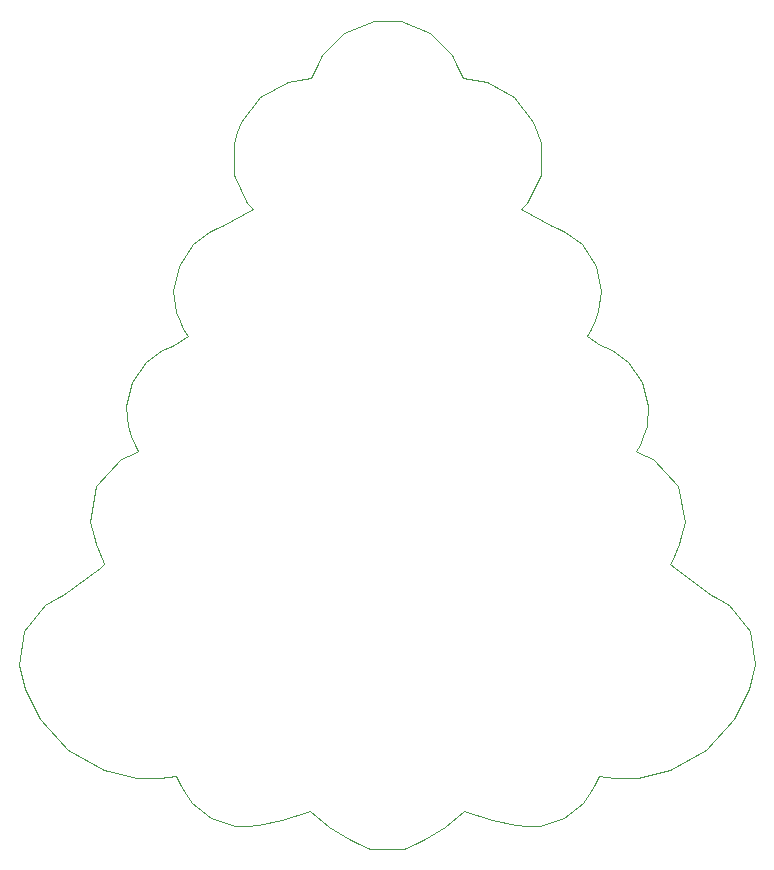
<source format=gm1>
G04 #@! TF.GenerationSoftware,KiCad,Pcbnew,(5.1.6)-1*
G04 #@! TF.CreationDate,2020-12-04T21:52:10+01:00*
G04 #@! TF.ProjectId,case_julgran,63617365-5f6a-4756-9c67-72616e2e6b69,rev?*
G04 #@! TF.SameCoordinates,Original*
G04 #@! TF.FileFunction,Profile,NP*
%FSLAX46Y46*%
G04 Gerber Fmt 4.6, Leading zero omitted, Abs format (unit mm)*
G04 Created by KiCad (PCBNEW (5.1.6)-1) date 2020-12-04 21:52:10*
%MOMM*%
%LPD*%
G01*
G04 APERTURE LIST*
G04 #@! TA.AperFunction,Profile*
%ADD10C,0.100000*%
G04 #@! TD*
G04 APERTURE END LIST*
D10*
X101329044Y-107913939D02*
X102426937Y-107932240D01*
X98594659Y-107256561D02*
X101329044Y-107913939D01*
X95114193Y-92371505D02*
X94581105Y-92659914D01*
X104493413Y-71205866D02*
X104127803Y-71364029D01*
X91634763Y-99376924D02*
X91887973Y-100400778D01*
X91366486Y-98303697D02*
X91634763Y-99376924D01*
X104127803Y-71364029D02*
X103479663Y-71637323D01*
X93580843Y-93208445D02*
X91792460Y-95469592D01*
X103479663Y-71637323D02*
X102111380Y-72680329D01*
X94581105Y-92659914D02*
X93580843Y-93208445D01*
X101469360Y-80246214D02*
X101222255Y-80340597D01*
X100440656Y-76409450D02*
X100567640Y-78111551D01*
X97850225Y-88063512D02*
X98435575Y-89484657D01*
X98435575Y-89484657D02*
X98586953Y-89742889D01*
X98189969Y-90151201D02*
X95114193Y-92371505D01*
X100567640Y-78111551D02*
X100839950Y-78919524D01*
X98586953Y-89742889D02*
X98189969Y-90151201D01*
X91792460Y-95469592D02*
X91366486Y-98303697D01*
X97671852Y-87428470D02*
X97850225Y-88063512D01*
X97920214Y-83145364D02*
X97361694Y-86189063D01*
X101154274Y-79713846D02*
X101469360Y-80246214D01*
X100839950Y-78919524D02*
X101154274Y-79713846D01*
X100931867Y-74396086D02*
X100440656Y-76409450D01*
X102111380Y-72680329D02*
X100931867Y-74396086D01*
X97361694Y-86189063D02*
X97671852Y-87428470D01*
X101222255Y-80340597D02*
X100017769Y-80846788D01*
X95515756Y-105534083D02*
X98594659Y-107256561D01*
X93142090Y-102920442D02*
X95515756Y-105534083D01*
X100017769Y-80846788D02*
X97920214Y-83145364D01*
X91887973Y-100400778D02*
X93142090Y-102920442D01*
X141600777Y-71645033D02*
X140954136Y-71368549D01*
X142958493Y-72679985D02*
X141600777Y-71645033D01*
X139414801Y-70502392D02*
X139807210Y-69869875D01*
X104648507Y-68405983D02*
X104957013Y-69170554D01*
X106064008Y-62722042D02*
X104872143Y-64520766D01*
X133874724Y-59729226D02*
X133869147Y-59725186D01*
X116107506Y-48670000D02*
X115088963Y-48825153D01*
X136498872Y-61160896D02*
X133874724Y-59729226D01*
X145055254Y-80848886D02*
X143855634Y-80339829D01*
X134915361Y-52313765D02*
X133315670Y-50206295D01*
X140575671Y-71205031D02*
X139414801Y-70502392D01*
X104432483Y-66639147D02*
X104648507Y-68405983D01*
X107464441Y-61631129D02*
X106064008Y-62722042D01*
X140121842Y-69154889D02*
X140425562Y-68379469D01*
X111196838Y-59729238D02*
X108572747Y-61160885D01*
X121392480Y-43833237D02*
X118891940Y-44803044D01*
X108572747Y-61160885D02*
X108149036Y-61342270D01*
X110699635Y-59215888D02*
X111201170Y-59726100D01*
X109555376Y-56803750D02*
X110699635Y-59215888D01*
X110143927Y-52329102D02*
X109851728Y-53232614D01*
X128963978Y-48669875D02*
X128460329Y-47600344D01*
X140425562Y-68379469D02*
X140637932Y-66637807D01*
X115088963Y-48825153D02*
X114113290Y-48969276D01*
X122535869Y-43833237D02*
X121392480Y-43833237D01*
X123678080Y-43833237D02*
X122535869Y-43833237D01*
X135218956Y-53229741D02*
X134915361Y-52313765D01*
X109851728Y-53232614D02*
X109543298Y-54129726D01*
X105259411Y-69863968D02*
X105655690Y-70501998D01*
X144505081Y-78085608D02*
X144629779Y-76407965D01*
X104957013Y-69170554D02*
X105259411Y-69863968D01*
X126178621Y-44803044D02*
X123678080Y-43833237D01*
X128036759Y-46695859D02*
X126178621Y-44803044D01*
X136933893Y-61347128D02*
X136498872Y-61160896D01*
X133869147Y-59725186D02*
X134378906Y-59199951D01*
X108149036Y-61342270D02*
X107464441Y-61631129D01*
X109543298Y-54129726D02*
X109555376Y-56803750D01*
X143600950Y-80242768D02*
X143902893Y-79738688D01*
X117023117Y-46706744D02*
X116604903Y-47613745D01*
X133315670Y-50206295D02*
X130958449Y-48970319D01*
X135525931Y-54141674D02*
X135218956Y-53229741D01*
X137615132Y-61638649D02*
X136933893Y-61347128D01*
X143855634Y-80339829D02*
X143600950Y-80242768D01*
X144236353Y-78910074D02*
X144505081Y-78085608D01*
X143902893Y-79738688D02*
X144236353Y-78910074D01*
X130958449Y-48970319D02*
X129986413Y-48825576D01*
X104872143Y-64520766D02*
X104432483Y-66639147D01*
X111201170Y-59726100D02*
X111196838Y-59729238D01*
X135517878Y-56799112D02*
X135525931Y-54141674D01*
X139006399Y-62721519D02*
X137615132Y-61638649D01*
X147146184Y-83133538D02*
X145055254Y-80848886D01*
X116604903Y-47613745D02*
X116107506Y-48670000D01*
X140198123Y-64520876D02*
X139006399Y-62721519D01*
X144629779Y-76407965D02*
X144137960Y-74394860D01*
X128460329Y-47600344D02*
X128036759Y-46695859D01*
X140954136Y-71368549D02*
X140575671Y-71205031D01*
X140637932Y-66637807D02*
X140198123Y-64520876D01*
X129986413Y-48825576D02*
X128963978Y-48669875D01*
X118891940Y-44803044D02*
X117023117Y-46706744D01*
X144137960Y-74394860D02*
X142958493Y-72679985D01*
X139807210Y-69869875D02*
X140121842Y-69154889D01*
X111754133Y-50209056D02*
X110143927Y-52329102D01*
X105655690Y-70501998D02*
X104493413Y-71205866D01*
X114113290Y-48969276D02*
X111754133Y-50209056D01*
X134378906Y-59199951D02*
X135517878Y-56799112D01*
X153182892Y-100399233D02*
X153443765Y-99346226D01*
X147711795Y-86184471D02*
X147146184Y-83133538D01*
X147396404Y-87437790D02*
X147711795Y-86184471D01*
X146634859Y-89481271D02*
X147216433Y-88069213D01*
X146881440Y-90148037D02*
X146483740Y-89739113D01*
X151494414Y-93206850D02*
X150488408Y-92655638D01*
X153699342Y-98270322D02*
X153278543Y-95471233D01*
X153443765Y-99346226D02*
X153699342Y-98270322D01*
X139086973Y-109976681D02*
X139588272Y-109236898D01*
X133480860Y-111880480D02*
X134411866Y-111940000D01*
X143741673Y-107913917D02*
X146476998Y-107256280D01*
X146476998Y-107256280D02*
X149556484Y-105531665D01*
X151928262Y-102917981D02*
X153182892Y-100399233D01*
X134411866Y-111940000D02*
X135507851Y-111940000D01*
X149556484Y-105531665D02*
X151928262Y-102917981D01*
X149955420Y-92367667D02*
X146881440Y-90148037D01*
X150488408Y-92655638D02*
X149955420Y-92367667D01*
X140430137Y-107704184D02*
X141764456Y-107934516D01*
X137498643Y-111270601D02*
X139086973Y-109976681D01*
X135507851Y-111940000D02*
X137498643Y-111270601D01*
X142644835Y-107932240D02*
X143741673Y-107913917D01*
X131414617Y-111491685D02*
X133480860Y-111880480D01*
X141764456Y-107934516D02*
X142644835Y-107932240D01*
X139588272Y-109236898D02*
X140006112Y-108578198D01*
X146483740Y-89739113D02*
X146634859Y-89481271D01*
X153278543Y-95471233D02*
X151494414Y-93206850D01*
X140006112Y-108578198D02*
X140430137Y-107704184D01*
X147216433Y-88069213D02*
X147396404Y-87437790D01*
X125043786Y-113395496D02*
X125733047Y-113077092D01*
X119339675Y-113078539D02*
X120016774Y-113390419D01*
X125733047Y-113077092D02*
X127450414Y-112023140D01*
X129072865Y-110663773D02*
X131414617Y-111491685D01*
X107632193Y-111321780D02*
X109676262Y-111940000D01*
X127450414Y-112023140D02*
X129072865Y-110663773D01*
X123975433Y-113879918D02*
X125043786Y-113395496D01*
X121080766Y-113879918D02*
X123975433Y-113879918D01*
X117619950Y-112023140D02*
X119339675Y-113078539D01*
X120016774Y-113390419D02*
X121080766Y-113879918D01*
X102426937Y-107932240D02*
X103306543Y-107934520D01*
X115997474Y-110663752D02*
X117619950Y-112023140D01*
X113655978Y-111491666D02*
X115997474Y-110663752D01*
X111590005Y-111880416D02*
X113655978Y-111491666D01*
X103306543Y-107934520D02*
X104637698Y-107704497D01*
X109676262Y-111940000D02*
X110660000Y-111940000D01*
X105979553Y-109975279D02*
X107632193Y-111321780D01*
X105481306Y-109238767D02*
X105979553Y-109975279D01*
X104637698Y-107704497D02*
X105062642Y-108581236D01*
X105062642Y-108581236D02*
X105481306Y-109238767D01*
X110660000Y-111940000D02*
X111590005Y-111880416D01*
M02*

</source>
